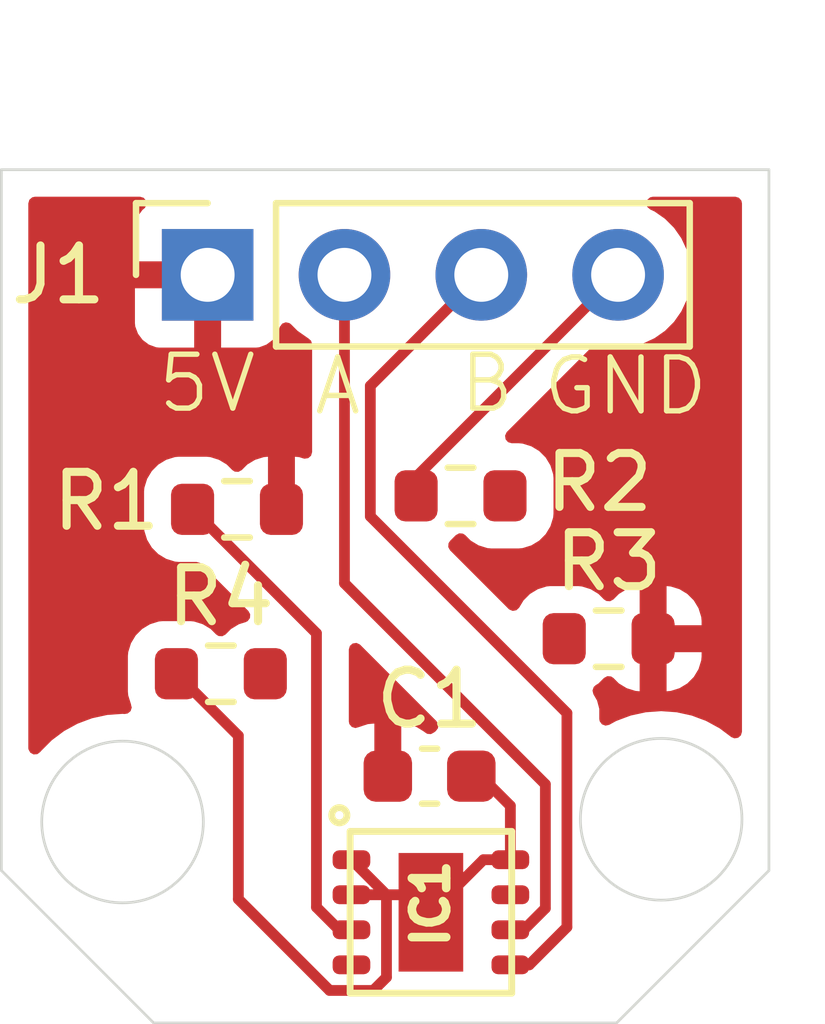
<source format=kicad_pcb>
(kicad_pcb (version 20240108) (generator "pcbnew") (generator_version "8.0")
  (layers (0 "F.Cu" signal) (31 "B.Cu" signal) (34 "B.Paste" user) (35 "F.Paste" user) (36 "B.SilkS" user "B.Silkscreen") (37 "F.SilkS" user "F.Silkscreen") (38 "B.Mask" user) (39 "F.Mask" user) (44 "Edge.Cuts" user))
  (net 0 "")
  (net 1 "+5V")
  (net 2 "GND")
  (net 3 "Net-(IC1-SEL2)")
  (net 4 "Net-(IC1-SEL1)")
  (net 5 "/CH-B")
  (net 6 "/CH-A")
  (footprint "Connector_PinSocket_2.54mm:PinSocket_1x04_P2.54mm_Vertical" (layer "F.Cu") (at 134.63 84 90)
    (property "Reference" "J1" (at 0 -2.77 180) (layer "F.SilkS"))
    (property "Value" "Conn_01x04_Socket")
    (fp_line (start 1.33 -1.33) (end 1.33 0) (stroke (width 0.12)) (layer "F.SilkS"))
    (fp_line (start 0 -1.33) (end 1.33 -1.33) (stroke (width 0.12)) (layer "F.SilkS"))
    (fp_line (start 1.33 1.27) (end 1.33 8.95) (stroke (width 0.12)) (layer "F.SilkS"))
    (fp_line (start -1.33 1.27) (end 1.33 1.27) (stroke (width 0.12)) (layer "F.SilkS"))
    (fp_line (start -1.33 1.27) (end -1.33 8.95) (stroke (width 0.12)) (layer "F.SilkS"))
    (fp_line (start -1.33 8.95) (end 1.33 8.95) (stroke (width 0.12)) (layer "F.SilkS"))
    (pad "1" thru_hole rect (at 0 0 90) (size 1.7 1.7) (drill 1) (layers "*.Cu" "*.Mask") (net 1 "+5V"))
    (pad "2" thru_hole oval (at 0 2.54 90) (size 1.7 1.7) (drill 1) (layers "*.Cu" "*.Mask") (net 6 "/CH-A"))
    (pad "3" thru_hole oval (at 0 5.08 90) (size 1.7 1.7) (drill 1) (layers "*.Cu" "*.Mask") (net 5 "/CH-B"))
    (pad "4" thru_hole oval (at 0 7.62 90) (size 1.7 1.7) (drill 1) (layers "*.Cu" "*.Mask") (net 2 "GND"))
  )
  (footprint "Resistor_SMD:R_0603_1608Metric" (layer "F.Cu") (at 139.325 88.1)
    (property "Reference" "R2" (at 2.575 -0.25 0) (layer "F.SilkS"))
    (property "Value" "N/A")
    (fp_line (start -0.237258 -0.5225) (end 0.237258 -0.5225) (stroke (width 0.12)) (layer "F.SilkS"))
    (fp_line (start -0.237258 0.5225) (end 0.237258 0.5225) (stroke (width 0.12)) (layer "F.SilkS"))
    (pad "1" smd roundrect (at -0.825 0) (size 0.8 0.95) (layers "F.Cu" "F.Paste" "F.Mask") (net 2 "GND"))
    (pad "2" smd roundrect (at 0.825 0) (size 0.8 0.95) (layers "F.Cu" "F.Paste" "F.Mask") (net 4 "Net-(IC1-SEL1)"))
  )
  (footprint "Capacitor_SMD:C_0603_1608Metric" (layer "F.Cu") (at 138.75 93.3)
    (property "Reference" "C1" (at 0 -1.43 0) (layer "F.SilkS"))
    (property "Value" "100n")
    (fp_line (start -0.14058 -0.51) (end 0.14058 -0.51) (stroke (width 0.12)) (layer "F.SilkS"))
    (fp_line (start -0.14058 0.51) (end 0.14058 0.51) (stroke (width 0.12)) (layer "F.SilkS"))
    (pad "1" smd roundrect (at -0.775 0) (size 0.9 0.95) (layers "F.Cu" "F.Paste" "F.Mask") (net 1 "+5V"))
    (pad "2" smd roundrect (at 0.775 0) (size 0.9 0.95) (layers "F.Cu" "F.Paste" "F.Mask") (net 2 "GND"))
  )
  (footprint "Encoder:ODFN8-3X3" (layer "F.Cu") (at 138.775 95.825)
    (property "Reference" "IC1" (at 0.37025 0.71725 90) (layer "F.SilkS") (effects (font (size 0.63754 0.63754) (thickness 0.17526)) (justify left bottom)))
    (property "Value" "iC-PX2604" (hide yes))
    (fp_line (start -1.5 -1.5) (end 1.5 -1.5) (stroke (width 0.127)) (layer "F.SilkS"))
    (fp_line (start -1.5 1.5) (end -1.5 -1.5) (stroke (width 0.127)) (layer "F.SilkS"))
    (fp_line (start 1.5 -1.5) (end 1.5 1.5) (stroke (width 0.127)) (layer "F.SilkS"))
    (fp_line (start 1.5 1.5) (end -1.5 1.5) (stroke (width 0.127)) (layer "F.SilkS"))
    (fp_circle (center -1.7 -1.8) (end -1.558582 -1.8) (stroke (width 0.127)) (fill none) (layer "F.SilkS"))
    (pad "1" smd roundrect (at -1.475 -0.975) (size 0.7 0.35) (layers "F.Cu" "F.Paste" "F.Mask") (roundrect_rratio 0.35) (net 2 "GND"))
    (pad "2" smd roundrect (at -1.475 -0.325) (size 0.7 0.35) (layers "F.Cu" "F.Paste" "F.Mask") (roundrect_rratio 0.35) (net 2 "GND"))
    (pad "3" smd roundrect (at -1.475 0.325) (size 0.7 0.35) (layers "F.Cu" "F.Paste" "F.Mask") (roundrect_rratio 0.35) (net 4 "Net-(IC1-SEL1)"))
    (pad "4" smd roundrect (at -1.475 0.975) (size 0.7 0.35) (layers "F.Cu" "F.Paste" "F.Mask") (roundrect_rratio 0.35) (net 3 "Net-(IC1-SEL2)"))
    (pad "5" smd roundrect (at 1.475 0.975) (size 0.7 0.35) (layers "F.Cu" "F.Paste" "F.Mask") (roundrect_rratio 0.35) (net 5 "/CH-B"))
    (pad "6" smd roundrect (at 1.475 0.325) (size 0.7 0.35) (layers "F.Cu" "F.Paste" "F.Mask") (roundrect_rratio 0.35) (net 6 "/CH-A"))
    (pad "7" smd roundrect (at 1.475 -0.325) (size 0.7 0.35) (layers "F.Cu" "F.Paste" "F.Mask") (roundrect_rratio 0.35) (net 1 "+5V"))
    (pad "8" smd roundrect (at 1.475 -0.975) (size 0.7 0.35) (layers "F.Cu" "F.Paste" "F.Mask") (roundrect_rratio 0.35) (net 2 "GND"))
    (pad "BP" smd rect (at 0 0) (size 1.2 2.2) (layers "F.Cu" "F.Mask") (net 2 "GND"))
  )
  (footprint "Resistor_SMD:R_0603_1608Metric" (layer "F.Cu") (at 135.175 88.35)
    (property "Reference" "R1" (at -2.425 -0.15 0) (layer "F.SilkS"))
    (property "Value" "0R")
    (fp_line (start -0.237258 -0.5225) (end 0.237258 -0.5225) (stroke (width 0.12)) (layer "F.SilkS"))
    (fp_line (start -0.237258 0.5225) (end 0.237258 0.5225) (stroke (width 0.12)) (layer "F.SilkS"))
    (pad "1" smd roundrect (at -0.825 0) (size 0.8 0.95) (layers "F.Cu" "F.Paste" "F.Mask") (net 4 "Net-(IC1-SEL1)"))
    (pad "2" smd roundrect (at 0.825 0) (size 0.8 0.95) (layers "F.Cu" "F.Paste" "F.Mask") (net 1 "+5V"))
  )
  (footprint "Resistor_SMD:R_0603_1608Metric" (layer "F.Cu") (at 134.875 91.4)
    (property "Reference" "R4" (at 0 -1.43 0) (layer "F.SilkS"))
    (property "Value" "N/A")
    (fp_line (start -0.237258 -0.5225) (end 0.237258 -0.5225) (stroke (width 0.12)) (layer "F.SilkS"))
    (fp_line (start -0.237258 0.5225) (end 0.237258 0.5225) (stroke (width 0.12)) (layer "F.SilkS"))
    (pad "1" smd roundrect (at -0.825 0) (size 0.8 0.95) (layers "F.Cu" "F.Paste" "F.Mask") (net 2 "GND"))
    (pad "2" smd roundrect (at 0.825 0) (size 0.8 0.95) (layers "F.Cu" "F.Paste" "F.Mask") (net 3 "Net-(IC1-SEL2)"))
  )
  (footprint "Resistor_SMD:R_0603_1608Metric" (layer "F.Cu") (at 142.075 90.75)
    (property "Reference" "R3" (at 0 -1.43 0) (layer "F.SilkS"))
    (property "Value" "N/A")
    (fp_line (start -0.237258 -0.5225) (end 0.237258 -0.5225) (stroke (width 0.12)) (layer "F.SilkS"))
    (fp_line (start -0.237258 0.5225) (end 0.237258 0.5225) (stroke (width 0.12)) (layer "F.SilkS"))
    (pad "1" smd roundrect (at -0.825 0) (size 0.8 0.95) (layers "F.Cu" "F.Paste" "F.Mask") (net 3 "Net-(IC1-SEL2)"))
    (pad "2" smd roundrect (at 0.825 0) (size 0.8 0.95) (layers "F.Cu" "F.Paste" "F.Mask") (net 1 "+5V"))
  )
  (gr_circle (center 133.05 94.15) (end 134.55 94.15) (stroke (width 0.05)) (fill none) (layer "Edge.Cuts"))
  (gr_circle (center 143.05 94.1) (end 144.55 94.1) (stroke (width 0.05)) (fill none) (layer "Edge.Cuts"))
  (gr_line (start 142.221924 97.878427) (end 133.628427 97.878427) (stroke (width 0.05)) (layer "Edge.Cuts"))
  (gr_line (start 130.8 95.05) (end 130.8 82.05) (stroke (width 0.05)) (layer "Edge.Cuts"))
  (gr_line (start 145.050351 82.05) (end 145.050351 95.05) (stroke (width 0.05)) (layer "Edge.Cuts"))
  (gr_line (start 130.8 82.05) (end 145.050351 82.05) (stroke (width 0.05)) (layer "Edge.Cuts"))
  (gr_line (start 133.628427 97.878427) (end 130.8 95.05) (stroke (width 0.05)) (layer "Edge.Cuts"))
  (gr_line (start 145.050351 95.05) (end 142.221924 97.878427) (stroke (width 0.05)) (layer "Edge.Cuts"))
  (gr_text "GND" (at 140.8 86.65 0) (layer "F.SilkS") (effects (font (size 1 1) (thickness 0.1)) (justify left bottom)))
  (gr_text "5V" (at 133.65 86.6 0) (layer "F.SilkS") (effects (font (size 1 1) (thickness 0.1)) (justify left bottom)))
  (gr_text "A" (at 136.55 86.65 0) (layer "F.SilkS") (effects (font (size 1 1) (thickness 0.1)) (justify left bottom)))
  (gr_text "B" (at 139.25 86.6 0) (layer "F.SilkS") (effects (font (size 1 1) (thickness 0.1)) (justify left bottom)))
  (segment (start 138.45 95.5) (end 138.775 95.825) (width 0.2) (layer "F.Cu") (net 2))
  (segment (start 137.3 94.85) (end 137.95 95.5) (width 0.2) (layer "F.Cu") (net 2))
  (segment (start 137.95 95.5) (end 137.95 97.030902) (width 0.2) (layer "F.Cu") (net 2))
  (segment (start 135.2 92.55) (end 134.05 91.4) (width 0.2) (layer "F.Cu") (net 2))
  (segment (start 139.75 94.85) (end 138.775 95.825) (width 0.2) (layer "F.Cu") (net 2))
  (segment (start 139.525 93.3) (end 139.7 93.3) (width 0.2) (layer "F.Cu") (net 2))
  (segment (start 137.705902 97.275) (end 136.894098 97.275) (width 0.2) (layer "F.Cu") (net 2))
  (segment (start 137.95 97.030902) (end 137.705902 97.275) (width 0.2) (layer "F.Cu") (net 2))
  (segment (start 136.894098 97.275) (end 135.2 95.580902) (width 0.2) (layer "F.Cu") (net 2))
  (segment (start 138.5 87.75) (end 142.25 84) (width 0.2) (layer "F.Cu") (net 2))
  (segment (start 140.25 94.85) (end 139.75 94.85) (width 0.2) (layer "F.Cu") (net 2))
  (segment (start 140.25 93.85) (end 140.25 94.85) (width 0.2) (layer "F.Cu") (net 2))
  (segment (start 137.3 95.5) (end 138.45 95.5) (width 0.2) (layer "F.Cu") (net 2))
  (segment (start 138.5 88.1) (end 138.5 87.75) (width 0.2) (layer "F.Cu") (net 2))
  (segment (start 135.2 95.580902) (end 135.2 92.55) (width 0.2) (layer "F.Cu") (net 2))
  (segment (start 139.7 93.3) (end 140.25 93.85) (width 0.2) (layer "F.Cu") (net 2))
  (segment (start 136.65 95.730902) (end 137.069098 96.15) (width 0.2) (layer "F.Cu") (net 4))
  (segment (start 137.069098 96.15) (end 137.3 96.15) (width 0.2) (layer "F.Cu") (net 4))
  (segment (start 136.65 90.65) (end 136.65 95.730902) (width 0.2) (layer "F.Cu") (net 4))
  (segment (start 134.35 88.35) (end 136.65 90.65) (width 0.2) (layer "F.Cu") (net 4))
  (segment (start 137.65 88.48) (end 137.65 86.06) (width 0.2) (layer "F.Cu") (net 5))
  (segment (start 140.6 96.8) (end 141.3 96.1) (width 0.2) (layer "F.Cu") (net 5))
  (segment (start 141.3 92.13) (end 137.65 88.48) (width 0.2) (layer "F.Cu") (net 5))
  (segment (start 141.3 96.1) (end 141.3 92.13) (width 0.2) (layer "F.Cu") (net 5))
  (segment (start 137.65 86.06) (end 139.71 84) (width 0.2) (layer "F.Cu") (net 5))
  (segment (start 140.25 96.8) (end 140.6 96.8) (width 0.2) (layer "F.Cu") (net 5))
  (segment (start 140.9 95.75) (end 140.5 96.15) (width 0.2) (layer "F.Cu") (net 6))
  (segment (start 140.5 96.15) (end 140.25 96.15) (width 0.2) (layer "F.Cu") (net 6))
  (segment (start 140.9 93.451304) (end 140.9 95.75) (width 0.2) (layer "F.Cu") (net 6))
  (segment (start 137.17 84) (end 137.17 89.721304) (width 0.2) (layer "F.Cu") (net 6))
  (segment (start 137.17 89.721304) (end 140.9 93.451304) (width 0.2) (layer "F.Cu") (net 6))
  (zone (net 1) (net_name "+5V") (layer "F.Cu") (connect_pads (clearance 0.5)) (min_thickness 0.25) (fill yes (thermal_gap 0.5) (thermal_bridge_width 0.5))
    (polygon (pts (xy 130.8 82.05) (xy 145.1 82.05) (xy 145.05 95.05) (xy 142.2 97.9) (xy 133.6 97.85) (xy 130.8 95.05)))
  )
)
</source>
